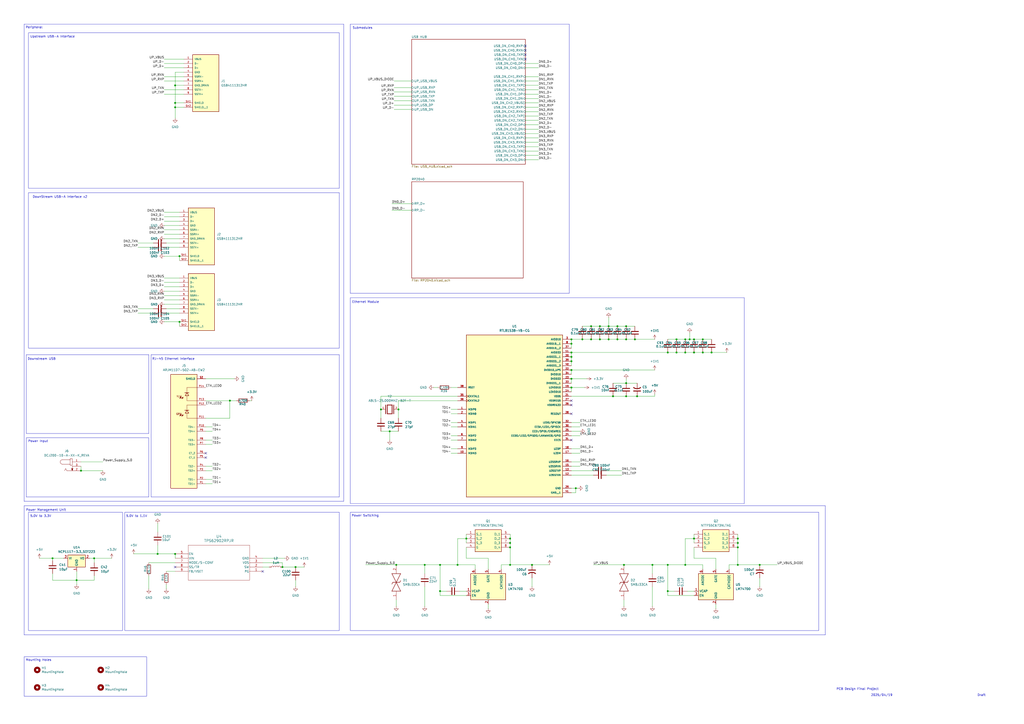
<source format=kicad_sch>
(kicad_sch (version 20250114) (generator "eeschema") (generator_version "9.0")
  (paper "A2")
  (rectangle (start 72.39 297.18) (end 196.85 365.76))
  (rectangle (start 15.24 205.74) (end 86.36 251.46))
  (rectangle (start 15.24 254) (end 86.36 288.29))
  (rectangle (start 203.2 172.72) (end 431.8 292.1))
  (rectangle (start 16.51 19.05) (end 196.85 109.22))
  (rectangle (start 87.63 205.74) (end 196.85 288.29))
  (rectangle (start 203.2 297.18) (end 474.98 365.76))
  (rectangle (start 16.51 297.18) (end 71.12 365.76))
  (rectangle (start 203.2 13.97) (end 330.2 170.18))
  (rectangle (start 13.97 293.37) (end 478.79 368.3))
  (rectangle (start 13.97 13.97) (end 199.39 290.83))
  (rectangle (start 16.51 111.76) (end 196.85 201.93))
  (text "Downstream USB" (at 24.13 208.28 0) (effects (font (size 1.27 1.27))))
  (text "2025/04/19" (at 505.206 403.352 0) (effects (font (size 1.27 1.27)) (justify left)))
  (text "RJ-45 Ethernet Interface " (at 101.092 208.28 0) (effects (font (size 1.27 1.27))))
  (text "Draft" (at 566.928 403.352 0) (effects (font (size 1.27 1.27)) (justify left)))
  (text "PCB Design Final Project" (at 485.14 399.796 0) (effects (font (size 1.27 1.27)) (justify left)))
  (text "5.0V to 1.1V" (at 79.248 299.466 0) (effects (font (size 1.27 1.27))))
  (text "Ethernet Module" (at 212.09 175.26 0) (effects (font (size 1.27 1.27))))
  (text "DownStream USB-A Interface x2" (at 34.798 114.3 0) (effects (font (size 1.27 1.27))))
  (text "5.0V to 3.3V" (at 23.622 299.466 0) (effects (font (size 1.27 1.27))))
  (text "Upstream USB-A Interface" (at 30.48 21.336 0) (effects (font (size 1.27 1.27))))
  (text "Submodules" (at 210.312 16.256 0) (effects (font (size 1.27 1.27))))
  (text "Power Switching" (at 211.836 299.212 0) (effects (font (size 1.27 1.27))))
  (text "Power Management Unit" (at 26.67 295.91 0) (effects (font (size 1.27 1.27))))
  (text "Peripheral" (at 19.812 16.002 0) (effects (font (size 1.27 1.27))))
  (text "Power Input" (at 22.098 256.032 0) (effects (font (size 1.27 1.27))))
  (text_box "Mounting Holes" (at 13.97 381 0) (size 71.12 22.86) (margins 0.9525 0.9525 0.9525 0.9525) (effects (font (size 1.27 1.27)) (justify left top)))
  (junction (at 334.01 283.21))
  (junction (at 331.47 214.63))
  (junction (at 358.14 189.23))
  (junction (at 355.6 229.87))
  (junction (at 101.6 62.23))
  (junction (at 231.14 237.49))
  (junction (at 427.99 317.5))
  (junction (at 392.43 204.47))
  (junction (at 363.22 229.87))
  (junction (at 412.75 204.47))
  (junction (at 369.57 229.87))
  (junction (at 363.22 222.25))
  (junction (at 407.67 204.47))
  (junction (at 392.43 196.85))
  (junction (at 246.38 327.66))
  (junction (at 368.3 196.85))
  (junction (at 226.06 250.19))
  (junction (at 397.51 204.47))
  (junction (at 407.67 196.85))
  (junction (at 342.9 189.23))
  (junction (at 331.47 204.47))
  (junction (at 331.47 209.55))
  (junction (at 133.35 232.41))
  (junction (at 358.14 196.85))
  (junction (at 402.59 312.42))
  (junction (at 361.95 327.66))
  (junction (at 387.35 342.9))
  (junction (at 378.46 327.66))
  (junction (at 163.83 328.93))
  (junction (at 44.45 336.55))
  (junction (at 397.51 327.66))
  (junction (at 402.59 196.85))
  (junction (at 101.6 59.69))
  (junction (at 91.44 321.31))
  (junction (at 270.51 312.42))
  (junction (at 353.06 196.85))
  (junction (at 295.91 327.66))
  (junction (at 363.22 189.23))
  (junction (at 295.91 314.96))
  (junction (at 308.61 327.66))
  (junction (at 347.98 189.23))
  (junction (at 342.9 196.85))
  (junction (at 255.27 327.66))
  (junction (at 331.47 199.39))
  (junction (at 46.99 273.05))
  (junction (at 387.35 327.66))
  (junction (at 101.6 321.31))
  (junction (at 331.47 207.01))
  (junction (at 101.6 49.53))
  (junction (at 295.91 312.42))
  (junction (at 427.99 312.42))
  (junction (at 229.87 327.66))
  (junction (at 331.47 224.79))
  (junction (at 54.61 323.85))
  (junction (at 104.14 148.59))
  (junction (at 295.91 317.5))
  (junction (at 353.06 189.23))
  (junction (at 427.99 327.66))
  (junction (at 397.51 196.85))
  (junction (at 30.48 323.85))
  (junction (at 220.98 237.49))
  (junction (at 255.27 342.9))
  (junction (at 387.35 204.47))
  (junction (at 331.47 196.85))
  (junction (at 347.98 196.85))
  (junction (at 440.69 327.66))
  (junction (at 400.05 196.85))
  (junction (at 337.82 196.85))
  (junction (at 265.43 327.66))
  (junction (at 402.59 204.47))
  (junction (at 331.47 219.71))
  (junction (at 171.45 328.93))
  (junction (at 104.14 186.69))
  (junction (at 427.99 314.96))
  (junction (at 363.22 196.85))
  (no_connect (at 331.47 240.03))
  (no_connect (at 331.47 255.27))
  (no_connect (at 119.38 262.89))
  (no_connect (at 119.38 265.43))
  (no_connect (at 304.8 31.75))
  (no_connect (at 304.8 34.29))
  (no_connect (at 331.47 232.41))
  (no_connect (at 101.6 328.93))
  (no_connect (at 304.8 29.21))
  (no_connect (at 331.47 234.95))
  (no_connect (at 304.8 26.67))
  (no_connect (at 152.4 331.47))
  (wire (pts (xy 95.25 123.19) (xy 104.14 123.19)))
  (wire (pts (xy 427.99 309.88) (xy 427.99 312.42)))
  (wire (pts (xy 379.73 214.63) (xy 331.47 214.63)))
  (wire (pts (xy 379.73 229.87) (xy 379.73 228.6)))
  (wire (pts (xy 255.27 327.66) (xy 265.43 327.66)))
  (wire (pts (xy 304.8 72.39) (xy 312.42 72.39)))
  (wire (pts (xy 304.8 67.31) (xy 312.42 67.31)))
  (wire (pts (xy 228.6 46.99) (xy 238.76 46.99)))
  (wire (pts (xy 95.25 130.81) (xy 104.14 130.81)))
  (wire (pts (xy 95.25 36.83) (xy 106.68 36.83)))
  (wire (pts (xy 265.43 255.27) (xy 261.62 255.27)))
  (wire (pts (xy 30.48 323.85) (xy 36.83 323.85)))
  (wire (pts (xy 355.6 229.87) (xy 363.22 229.87)))
  (wire (pts (xy 231.14 232.41) (xy 231.14 237.49)))
  (wire (pts (xy 119.38 280.67) (xy 123.19 280.67)))
  (wire (pts (xy 304.8 46.99) (xy 312.42 46.99)))
  (wire (pts (xy 295.91 317.5) (xy 295.91 327.66)))
  (wire (pts (xy 412.75 204.47) (xy 421.64 204.47)))
  (wire (pts (xy 402.59 309.88) (xy 402.59 312.42)))
  (wire (pts (xy 400.05 196.85) (xy 402.59 196.85)))
  (wire (pts (xy 54.61 323.85) (xy 54.61 326.39)))
  (wire (pts (xy 337.82 196.85) (xy 331.47 196.85)))
  (wire (pts (xy 415.29 323.85) (xy 402.59 323.85)))
  (wire (pts (xy 119.38 257.81) (xy 123.19 257.81)))
  (wire (pts (xy 266.7 342.9) (xy 270.51 342.9)))
  (wire (pts (xy 265.43 245.11) (xy 261.62 245.11)))
  (wire (pts (xy 265.43 312.42) (xy 270.51 312.42)))
  (wire (pts (xy 304.8 54.61) (xy 312.42 54.61)))
  (wire (pts (xy 440.69 335.28) (xy 440.69 340.36)))
  (wire (pts (xy 220.98 250.19) (xy 226.06 250.19)))
  (wire (pts (xy 351.79 275.59) (xy 360.68 275.59)))
  (wire (pts (xy 119.38 255.27) (xy 123.19 255.27)))
  (wire (pts (xy 95.25 133.35) (xy 104.14 133.35)))
  (wire (pts (xy 361.95 347.98) (xy 361.95 351.79)))
  (wire (pts (xy 101.6 62.23) (xy 106.68 62.23)))
  (wire (pts (xy 344.17 327.66) (xy 361.95 327.66)))
  (wire (pts (xy 270.51 312.42) (xy 270.51 314.96)))
  (wire (pts (xy 119.38 219.71) (xy 135.89 219.71)))
  (wire (pts (xy 304.8 59.69) (xy 312.42 59.69)))
  (wire (pts (xy 387.35 327.66) (xy 387.35 342.9)))
  (wire (pts (xy 331.47 285.75) (xy 334.01 285.75)))
  (wire (pts (xy 163.83 328.93) (xy 171.45 328.93)))
  (wire (pts (xy 95.25 34.29) (xy 106.68 34.29)))
  (wire (pts (xy 283.21 323.85) (xy 270.51 323.85)))
  (wire (pts (xy 229.87 347.98) (xy 229.87 351.79)))
  (wire (pts (xy 304.8 77.47) (xy 312.42 77.47)))
  (wire (pts (xy 308.61 327.66) (xy 318.77 327.66)))
  (wire (pts (xy 331.47 199.39) (xy 331.47 201.93)))
  (wire (pts (xy 361.95 327.66) (xy 378.46 327.66)))
  (wire (pts (xy 101.6 49.53) (xy 101.6 59.69)))
  (wire (pts (xy 101.6 321.31) (xy 101.6 323.85)))
  (wire (pts (xy 304.8 57.15) (xy 312.42 57.15)))
  (wire (pts (xy 265.43 247.65) (xy 261.62 247.65)))
  (wire (pts (xy 91.44 303.53) (xy 91.44 308.61)))
  (wire (pts (xy 363.22 219.71) (xy 363.22 222.25)))
  (wire (pts (xy 347.98 196.85) (xy 342.9 196.85)))
  (wire (pts (xy 397.51 327.66) (xy 397.51 312.42)))
  (wire (pts (xy 304.8 87.63) (xy 312.42 87.63)))
  (wire (pts (xy 88.9 143.51) (xy 80.01 143.51)))
  (wire (pts (xy 304.8 49.53) (xy 312.42 49.53)))
  (wire (pts (xy 119.38 247.65) (xy 123.19 247.65)))
  (wire (pts (xy 46.99 270.51) (xy 46.99 273.05)))
  (wire (pts (xy 304.8 82.55) (xy 312.42 82.55)))
  (wire (pts (xy 95.25 148.59) (xy 104.14 148.59)))
  (wire (pts (xy 228.6 50.8) (xy 238.76 50.8)))
  (wire (pts (xy 30.48 323.85) (xy 30.48 325.12)))
  (wire (pts (xy 270.51 323.85) (xy 270.51 317.5)))
  (wire (pts (xy 358.14 196.85) (xy 353.06 196.85)))
  (wire (pts (xy 246.38 327.66) (xy 246.38 332.74)))
  (wire (pts (xy 95.25 125.73) (xy 104.14 125.73)))
  (wire (pts (xy 387.35 342.9) (xy 387.35 345.44)))
  (wire (pts (xy 88.9 181.61) (xy 80.01 181.61)))
  (wire (pts (xy 397.51 196.85) (xy 400.05 196.85)))
  (wire (pts (xy 255.27 342.9) (xy 255.27 345.44)))
  (wire (pts (xy 265.43 232.41) (xy 231.14 232.41)))
  (wire (pts (xy 378.46 327.66) (xy 387.35 327.66)))
  (wire (pts (xy 304.8 62.23) (xy 312.42 62.23)))
  (wire (pts (xy 407.67 327.66) (xy 407.67 330.2)))
  (wire (pts (xy 95.25 44.45) (xy 106.68 44.45)))
  (wire (pts (xy 101.6 41.91) (xy 101.6 49.53)))
  (wire (pts (xy 308.61 335.28) (xy 308.61 340.36)))
  (wire (pts (xy 331.47 214.63) (xy 331.47 217.17)))
  (wire (pts (xy 402.59 196.85) (xy 407.67 196.85)))
  (wire (pts (xy 304.8 36.83) (xy 312.42 36.83)))
  (wire (pts (xy 95.25 173.99) (xy 104.14 173.99)))
  (wire (pts (xy 261.62 262.89) (xy 265.43 262.89)))
  (wire (pts (xy 295.91 327.66) (xy 308.61 327.66)))
  (wire (pts (xy 304.8 85.09) (xy 312.42 85.09)))
  (wire (pts (xy 402.59 323.85) (xy 402.59 317.5)))
  (wire (pts (xy 363.22 229.87) (xy 369.57 229.87)))
  (wire (pts (xy 54.61 336.55) (xy 44.45 336.55)))
  (wire (pts (xy 171.45 328.93) (xy 176.53 328.93)))
  (wire (pts (xy 304.8 92.71) (xy 312.42 92.71)))
  (wire (pts (xy 228.6 58.42) (xy 238.76 58.42)))
  (wire (pts (xy 355.6 222.25) (xy 363.22 222.25)))
  (wire (pts (xy 96.52 339.09) (xy 96.52 341.63)))
  (wire (pts (xy 331.47 229.87) (xy 355.6 229.87)))
  (wire (pts (xy 342.9 189.23) (xy 347.98 189.23)))
  (wire (pts (xy 246.38 340.36) (xy 246.38 351.79)))
  (wire (pts (xy 304.8 39.37) (xy 312.42 39.37)))
  (wire (pts (xy 440.69 327.66) (xy 450.85 327.66)))
  (wire (pts (xy 331.47 262.89) (xy 336.55 262.89)))
  (wire (pts (xy 295.91 312.42) (xy 295.91 314.96)))
  (wire (pts (xy 95.25 163.83) (xy 104.14 163.83)))
  (wire (pts (xy 387.35 342.9) (xy 391.16 342.9)))
  (wire (pts (xy 77.47 321.31) (xy 91.44 321.31)))
  (wire (pts (xy 427.99 317.5) (xy 427.99 327.66)))
  (wire (pts (xy 283.21 350.52) (xy 283.21 353.06)))
  (wire (pts (xy 337.82 189.23) (xy 342.9 189.23)))
  (wire (pts (xy 331.47 224.79) (xy 331.47 227.33)))
  (wire (pts (xy 402.59 204.47) (xy 407.67 204.47)))
  (wire (pts (xy 106.68 41.91) (xy 101.6 41.91)))
  (wire (pts (xy 304.8 52.07) (xy 312.42 52.07)))
  (wire (pts (xy 353.06 196.85) (xy 347.98 196.85)))
  (wire (pts (xy 54.61 323.85) (xy 64.77 323.85)))
  (wire (pts (xy 378.46 340.36) (xy 378.46 351.79)))
  (wire (pts (xy 255.27 342.9) (xy 259.08 342.9)))
  (wire (pts (xy 95.25 52.07) (xy 106.68 52.07)))
  (wire (pts (xy 331.47 270.51) (xy 336.55 270.51)))
  (wire (pts (xy 86.36 334.01) (xy 86.36 341.63)))
  (wire (pts (xy 304.8 90.17) (xy 312.42 90.17)))
  (wire (pts (xy 331.47 252.73) (xy 336.55 252.73)))
  (wire (pts (xy 353.06 189.23) (xy 358.14 189.23)))
  (wire (pts (xy 295.91 314.96) (xy 295.91 317.5)))
  (wire (pts (xy 119.38 270.51) (xy 123.19 270.51)))
  (wire (pts (xy 101.6 68.58) (xy 101.6 62.23)))
  (wire (pts (xy 398.78 342.9) (xy 402.59 342.9)))
  (wire (pts (xy 86.36 326.39) (xy 101.6 326.39)))
  (wire (pts (xy 95.25 161.29) (xy 104.14 161.29)))
  (wire (pts (xy 212.09 327.66) (xy 229.87 327.66)))
  (wire (pts (xy 265.43 237.49) (xy 261.62 237.49)))
  (wire (pts (xy 304.8 64.77) (xy 312.42 64.77)))
  (wire (pts (xy 295.91 309.88) (xy 295.91 312.42)))
  (wire (pts (xy 331.47 283.21) (xy 334.01 283.21)))
  (wire (pts (xy 119.38 232.41) (xy 133.35 232.41)))
  (wire (pts (xy 415.29 350.52) (xy 415.29 353.06)))
  (wire (pts (xy 265.43 327.66) (xy 275.59 327.66)))
  (wire (pts (xy 228.6 63.5) (xy 238.76 63.5)))
  (wire (pts (xy 331.47 245.11) (xy 336.55 245.11)))
  (wire (pts (xy 331.47 204.47) (xy 387.35 204.47)))
  (wire (pts (xy 331.47 260.35) (xy 336.55 260.35)))
  (wire (pts (xy 91.44 316.23) (xy 91.44 321.31)))
  (wire (pts (xy 427.99 327.66) (xy 440.69 327.66)))
  (wire (pts (xy 104.14 186.69) (xy 104.14 189.23)))
  (wire (pts (xy 265.43 229.87) (xy 220.98 229.87)))
  (wire (pts (xy 331.47 267.97) (xy 336.55 267.97)))
  (wire (pts (xy 347.98 189.23) (xy 353.06 189.23)))
  (wire (pts (xy 52.07 323.85) (xy 54.61 323.85)))
  (wire (pts (xy 227.33 118.11) (xy 238.76 118.11)))
  (wire (pts (xy 331.47 219.71) (xy 331.47 222.25)))
  (wire (pts (xy 220.98 229.87) (xy 220.98 237.49)))
  (wire (pts (xy 54.61 334.01) (xy 54.61 336.55)))
  (wire (pts (xy 304.8 80.01) (xy 312.42 80.01)))
  (wire (pts (xy 331.47 196.85) (xy 331.47 199.39)))
  (wire (pts (xy 369.57 229.87) (xy 379.73 229.87)))
  (wire (pts (xy 397.51 327.66) (xy 407.67 327.66)))
  (wire (pts (xy 283.21 330.2) (xy 283.21 323.85)))
  (wire (pts (xy 228.6 53.34) (xy 238.76 53.34)))
  (wire (pts (xy 95.25 54.61) (xy 106.68 54.61)))
  (wire (pts (xy 95.25 138.43) (xy 104.14 138.43)))
  (wire (pts (xy 392.43 196.85) (xy 397.51 196.85)))
  (wire (pts (xy 290.83 327.66) (xy 295.91 327.66)))
  (wire (pts (xy 227.33 121.92) (xy 238.76 121.92)))
  (wire (pts (xy 407.67 204.47) (xy 412.75 204.47)))
  (wire (pts (xy 104.14 140.97) (xy 96.52 140.97)))
  (wire (pts (xy 363.22 196.85) (xy 358.14 196.85)))
  (wire (pts (xy 270.51 309.88) (xy 270.51 312.42)))
  (wire (pts (xy 427.99 314.96) (xy 427.99 317.5)))
  (wire (pts (xy 275.59 327.66) (xy 275.59 330.2)))
  (wire (pts (xy 96.52 331.47) (xy 101.6 331.47)))
  (wire (pts (xy 255.27 345.44) (xy 270.51 345.44)))
  (wire (pts (xy 171.45 336.55) (xy 171.45 340.36)))
  (wire (pts (xy 402.59 312.42) (xy 402.59 314.96)))
  (wire (pts (xy 379.73 196.85) (xy 368.3 196.85)))
  (wire (pts (xy 95.25 176.53) (xy 104.14 176.53)))
  (wire (pts (xy 246.38 327.66) (xy 255.27 327.66)))
  (wire (pts (xy 163.83 326.39) (xy 163.83 328.93)))
  (wire (pts (xy 95.25 135.89) (xy 104.14 135.89)))
  (wire (pts (xy 95.25 46.99) (xy 106.68 46.99)))
  (wire (pts (xy 44.45 331.47) (xy 44.45 336.55)))
  (wire (pts (xy 331.47 219.71) (xy 340.36 219.71)))
  (wire (pts (xy 331.47 209.55) (xy 331.47 212.09)))
  (wire (pts (xy 228.6 60.96) (xy 238.76 60.96)))
  (wire (pts (xy 119.38 278.13) (xy 123.19 278.13)))
  (wire (pts (xy 30.48 332.74) (xy 30.48 336.55)))
  (wire (pts (xy 363.22 222.25) (xy 369.57 222.25)))
  (wire (pts (xy 88.9 179.07) (xy 80.01 179.07)))
  (wire (pts (xy 88.9 140.97) (xy 80.01 140.97)))
  (wire (pts (xy 422.91 327.66) (xy 427.99 327.66)))
  (wire (pts (xy 119.38 242.57) (xy 133.35 242.57)))
  (wire (pts (xy 265.43 252.73) (xy 261.62 252.73)))
  (wire (pts (xy 331.47 204.47) (xy 331.47 207.01)))
  (wire (pts (xy 152.4 323.85) (xy 165.1 323.85)))
  (wire (pts (xy 422.91 330.2) (xy 422.91 327.66)))
  (wire (pts (xy 331.47 273.05) (xy 344.17 273.05)))
  (wire (pts (xy 304.8 69.85) (xy 312.42 69.85)))
  (wire (pts (xy 387.35 196.85) (xy 392.43 196.85)))
  (wire (pts (xy 351.79 273.05) (xy 360.68 273.05)))
  (wire (pts (xy 101.6 62.23) (xy 101.6 59.69)))
  (wire (pts (xy 46.99 273.05) (xy 59.69 273.05)))
  (wire (pts (xy 95.25 128.27) (xy 104.14 128.27)))
  (wire (pts (xy 358.14 189.23) (xy 363.22 189.23)))
  (wire (pts (xy 427.99 312.42) (xy 427.99 314.96)))
  (wire (pts (xy 331.47 224.79) (xy 339.09 224.79)))
  (wire (pts (xy 152.4 328.93) (xy 156.21 328.93)))
  (wire (pts (xy 95.25 186.69) (xy 104.14 186.69)))
  (wire (pts (xy 387.35 327.66) (xy 397.51 327.66)))
  (wire (pts (xy 331.47 247.65) (xy 336.55 247.65)))
  (wire (pts (xy 46.99 267.97) (xy 59.69 267.97)))
  (wire (pts (xy 95.25 168.91) (xy 104.14 168.91)))
  (wire (pts (xy 415.29 330.2) (xy 415.29 323.85)))
  (wire (pts (xy 22.86 323.85) (xy 30.48 323.85)))
  (wire (pts (xy 397.51 204.47) (xy 402.59 204.47)))
  (wire (pts (xy 331.47 207.01) (xy 331.47 209.55)))
  (wire (pts (xy 331.47 275.59) (xy 344.17 275.59)))
  (wire (pts (xy 397.51 312.42) (xy 402.59 312.42)))
  (wire (pts (xy 254 224.79) (xy 251.46 224.79)))
  (wire (pts (xy 231.14 237.49) (xy 231.14 242.57)))
  (wire (pts (xy 44.45 336.55) (xy 44.45 339.09)))
  (wire (pts (xy 290.83 330.2) (xy 290.83 327.66)))
  (wire (pts (xy 407.67 196.85) (xy 412.75 196.85)))
  (wire (pts (xy 387.35 345.44) (xy 402.59 345.44)))
  (wire (pts (xy 95.25 171.45) (xy 104.14 171.45)))
  (wire (pts (xy 378.46 327.66) (xy 378.46 332.74)))
  (wire (pts (xy 334.01 283.21) (xy 335.28 283.21)))
  (wire (pts (xy 363.22 189.23) (xy 368.3 189.23)))
  (wire (pts (xy 353.06 184.15) (xy 353.06 189.23)))
  (wire (pts (xy 104.14 148.59) (xy 104.14 151.13)))
  (wire (pts (xy 265.43 260.35) (xy 261.62 260.35)))
  (wire (pts (xy 229.87 327.66) (xy 246.38 327.66)))
  (wire (pts (xy 95.25 39.37) (xy 106.68 39.37)))
  (wire (pts (xy 265.43 327.66) (xy 265.43 312.42)))
  (wire (pts (xy 101.6 49.53) (xy 106.68 49.53)))
  (wire (pts (xy 220.98 237.49) (xy 220.98 242.57)))
  (wire (pts (xy 119.38 273.05) (xy 123.19 273.05)))
  (wire (pts (xy 133.35 232.41) (xy 137.16 232.41)))
  (wire (pts (xy 228.6 55.88) (xy 238.76 55.88)))
  (wire (pts (xy 144.78 232.41) (xy 146.05 232.41)))
  (wire (pts (xy 152.4 326.39) (xy 163.83 326.39)))
  (wire (pts (xy 387.35 204.47) (xy 392.43 204.47)))
  (wire (pts (xy 226.06 250.19) (xy 226.06 255.27)))
  (wire (pts (xy 104.14 181.61) (xy 96.52 181.61)))
  (wire (pts (xy 133.35 242.57) (xy 133.35 232.41)))
  (wire (pts (xy 101.6 59.69) (xy 106.68 59.69)))
  (wire (pts (xy 331.47 250.19) (xy 336.55 250.19)))
  (wire (pts (xy 255.27 327.66) (xy 255.27 342.9)))
  (wire (pts (xy 342.9 196.85) (xy 337.82 196.85)))
  (wire (pts (xy 95.25 166.37) (xy 104.14 166.37)))
  (wire (pts (xy 368.3 196.85) (xy 363.22 196.85)))
  (wire (pts (xy 265.43 224.79) (xy 261.62 224.79)))
  (wire (pts (xy 400.05 193.04) (xy 400.05 196.85)))
  (wire (pts (xy 119.38 250.19) (xy 123.19 250.19)))
  (wire (pts (xy 334.01 285.75) (xy 334.01 283.21)))
  (wire (pts (xy 304.8 74.93) (xy 312.42 74.93)))
  (wire (pts (xy 104.14 179.07) (xy 96.52 179.07)))
  (wire (pts (xy 104.14 143.51) (xy 96.52 143.51)))
  (wire (pts (xy 265.43 240.03) (xy 261.62 240.03)))
  (wire (pts (xy 91.44 321.31) (xy 101.6 321.31)))
  (wire (pts (xy 392.43 204.47) (xy 397.51 204.47)))
  (wire (pts (xy 226.06 250.19) (xy 231.14 250.19)))
  (wire (pts (xy 304.8 44.45) (xy 312.42 44.45)))
  (wire (pts (xy 30.48 336.55) (xy 44.45 336.55)))
  (label "UP_VBUS" (at 95.25 34.29 180))
  (label "DN2_RXN" (at 95.25 133.35 180))
  (label "DN3_D-" (at 95.25 163.83 180))
  (label "DN1_TXP" (at 360.68 275.59 0))
  (label "UP_RXP" (at 95.25 46.99 180))
  (label "TD3-" (at 123.19 255.27 0))
  (label "Power_Supply_5.0" (at 59.69 267.97 0))
  (label "TD2-" (at 123.19 270.51 0))
  (label "TD4+" (at 123.19 250.19 0))
  (label "UP_VBUS_DIODE" (at 228.6 46.99 180))
  (label "TD2+" (at 123.19 273.05 0))
  (label "DN3_VBUS" (at 312.42 77.47 0))
  (label "DN2_D-" (at 312.42 74.93 0))
  (label "UP_VBUS" (at 344.17 327.66 0))
  (label "DN1_D+" (at 312.42 54.61 0))
  (label "UP_D-" (at 228.6 63.5 180))
  (label "DN2_RXP" (at 312.42 62.23 0))
  (label "TD1-" (at 123.19 278.13 0))
  (label "UP_TXP" (at 95.25 54.61 180))
  (label "TD2-" (at 261.62 247.65 180))
  (label "UP_D+" (at 95.25 39.37 180))
  (label "DN2_VBUS" (at 95.25 123.19 180))
  (label "DN2_TXP" (at 80.01 143.51 180))
  (label "DN2_VBUS" (at 312.42 59.69 0))
  (label "DN2_D+" (at 95.25 128.27 180))
  (label "DN2_TXN" (at 312.42 69.85 0))
  (label "UP_RXN" (at 95.25 44.45 180))
  (label "Power_Supply_5.0" (at 212.09 327.66 0))
  (label "DN1_RXP" (at 336.55 267.97 0))
  (label "DN1_RXN" (at 336.55 270.51 0))
  (label "TD1+" (at 123.19 280.67 0))
  (label "DN0_D+" (at 312.42 36.83 0))
  (label "UP_TXN" (at 228.6 58.42 180))
  (label "DN2_RXN" (at 312.42 64.77 0))
  (label "TD3+" (at 261.62 252.73 180))
  (label "TD4-" (at 123.19 247.65 0))
  (label "UP_TXP" (at 228.6 55.88 180))
  (label "DN1_RXN" (at 312.42 46.99 0))
  (label "DN1_D+" (at 336.55 260.35 0))
  (label "DN3_TXN" (at 80.01 179.07 180))
  (label "DN0_D-" (at 227.33 121.92 0))
  (label "DN3_RXP" (at 312.42 80.01 0))
  (label "UP_VBUS_DIODE" (at 450.85 327.66 0))
  (label "ETH_LED0" (at 336.55 245.11 0))
  (label "DN2_RXP" (at 95.25 135.89 180))
  (label "DN1_TXN" (at 312.42 52.07 0))
  (label "TD4+" (at 261.62 260.35 180))
  (label "ETH_LED1" (at 336.55 247.65 0))
  (label "DN0_D+" (at 227.33 118.11 0))
  (label "DN3_RXN" (at 95.25 171.45 180))
  (label "UP_D-" (at 95.25 36.83 180))
  (label "DN1_TXP" (at 312.42 49.53 0))
  (label "DN3_TXP" (at 80.01 181.61 180))
  (label "TD3+" (at 123.19 257.81 0))
  (label "DN3_TXN" (at 312.42 87.63 0))
  (label "TD4-" (at 261.62 262.89 180))
  (label "DN3_TXP" (at 312.42 85.09 0))
  (label "DN3_VBUS" (at 95.25 161.29 180))
  (label "DN1_D-" (at 312.42 57.15 0))
  (label "ETH_LED0" (at 119.38 224.79 0))
  (label "UP_TXN" (at 95.25 52.07 180))
  (label "TD3-" (at 261.62 255.27 180))
  (label "DN2_TXP" (at 312.42 67.31 0))
  (label "ETH_LED2" (at 336.55 252.73 0))
  (label "DN2_D-" (at 95.25 125.73 180))
  (label "DN3_RXN" (at 312.42 82.55 0))
  (label "DN2_D+" (at 312.42 72.39 0))
  (label "TD1+" (at 261.62 237.49 180))
  (label "ETH_LED2" (at 119.38 234.95 0))
  (label "DN0_D-" (at 312.42 39.37 0))
  (label "UP_D+" (at 228.6 60.96 180))
  (label "TD2+" (at 261.62 245.11 180))
  (label "UP_RXN" (at 228.6 53.34 180))
  (label "DN3_D+" (at 95.25 166.37 180))
  (label "DN1_RXP" (at 312.42 44.45 0))
  (label "TD1-" (at 261.62 240.03 180))
  (label "DN3_RXP" (at 95.25 173.99 180))
  (label "DN1_TXN" (at 360.68 273.05 0))
  (label "DN3_D+" (at 312.42 90.17 0))
  (label "DN3_D-" (at 312.42 92.71 0))
  (label "DN1_D-" (at 336.55 262.89 0))
  (label "DN2_TXN" (at 80.01 140.97 180))
  (label "UP_RXP" (at 228.6 50.8 180))
  (symbol (lib_id "power:GND") (at 229.87 351.79 0) (unit 1)
    (property "Reference" "#PWR0109" (effects (hide yes)))
    (property "Value" "GND" (at 229.87 356.87 0))
    (property "Description" "Power symbol creates a global label with name \"GND\" , ground" (effects (hide yes)))
  )
  (symbol (lib_id "power:GND") (at 59.69 273.05 0) (unit 1)
    (property "Reference" "#PWR036" (effects (hide yes)))
    (property "Value" "GND" (at 59.69 278.13 0))
    (property "Description" "Power symbol creates a global label with name \"GND\" , ground" (effects (hide yes)))
  )
  (symbol (lib_id "power:GND") (at 96.52 341.63 0) (unit 1)
    (property "Reference" "#PWR0128" (effects (hide yes)))
    (property "Value" "GND" (at 96.52 346.71 0))
    (property "Description" "Power symbol creates a global label with name \"GND\" , ground" (effects (hide yes)))
  )
  (symbol (lib_id "NTTFS5C673NLTAG:NTTFS5C673NLTAG") (at 270.51 309.88 0) (unit 1)
    (property "Reference" "Q1" (at 283.21 302.26 0))
    (property "Value" "NTTFS5C673NLTAG" (at 283.21 304.8 0))
    (property "Footprint" "NVTFS6H854NTAG" (effects (hide yes)))
    (property "Datasheet" "https://www.onsemi.com/pub/Collateral/NTTFS5C673NL-D.PDF" (effects (hide yes)))
    (property "Description" "Low RDS(on); Low Input Capacitance; Small Footprint (3.3x3.3 mm); RoHS Compliant" (effects (hide yes)))
    (property "Mouser Part Number" "863-NTTFS5C673NLTAG" (effects (hide yes)))
    (property "Mouser Price/Stock" "https://www.mouser.co.uk/ProductDetail/onsemi/NTTFS5C673NLTAG?qs=slMPpRTKD5r23pDctKfw6A%3D%3D" (effects (hide yes)))
    (property "Manufacturer_Name" "onsemi" (effects (hide yes)))
    (property "Manufacturer_Part_Number" "NTTFS5C673NLTAG" (effects (hide yes)))
  )
  (symbol (lib_id "Device:C") (at 337.82 193.04 0) (unit 1)
    (property "Reference" "C79" (at 331.47 191.262 0) (effects (justify left)))
    (property "Value" "0.1uF" (at 330.962 193.294 0) (effects (justify left)))
    (property "Footprint" "Capacitor_SMD:C_0603_1608Metric" (effects (hide yes)))
    (property "Description" "Unpolarized capacitor" (effects (hide yes)))
  )
  (symbol (lib_id "Device:C") (at 392.43 200.66 0) (unit 1)
    (property "Reference" "C94" (at 386.08 198.882 0) (effects (justify left)))
    (property "Value" "0.1uF" (at 385.572 200.914 0) (effects (justify left)))
    (property "Footprint" "Capacitor_SMD:C_0603_1608Metric" (effects (hide yes)))
    (property "Description" "Unpolarized capacitor" (effects (hide yes)))
  )
  (symbol (lib_id "power:GND") (at 165.1 323.85 90) (unit 1)
    (property "Reference" "#PWR0123" (effects (hide yes)))
    (property "Value" "GND" (at 168.91 323.8499 90) (effects (justify right)))
    (property "Description" "Power symbol creates a global label with name \"GND\" , ground" (effects (hide yes)))
  )
  (symbol (lib_id "Device:C") (at 347.98 275.59 90) (unit 1)
    (property "Reference" "C90" (at 347.472 272.542 90) (effects (justify left)))
    (property "Value" "100nF" (at 354.076 272.542 90) (effects (justify left)))
    (property "Footprint" "Capacitor_SMD:C_0603_1608Metric" (effects (hide yes)))
    (property "Description" "Unpolarized capacitor" (effects (hide yes)))
  )
  (symbol (lib_id "Power_Management:LM74700") (at 415.29 340.36 0) (unit 1)
    (property "Reference" "U5" (at 426.72 339.0899 0) (effects (justify left)))
    (property "Value" "LM74700" (at 426.72 341.6299 0) (effects (justify left)))
    (property "Footprint" "Package_TO_SOT_SMD:SOT-23-6" (effects (hide yes)))
    (property "Datasheet" "http://www.ti.com/lit/gpn/LM74700-Q1" (effects (hide yes)))
    (property "Description" "Low Iq reverse battery protection ideal diode controller, SOT-23-6" (effects (hide yes)))
  )
  (symbol (lib_id "Device:C") (at 30.48 328.93 0) (unit 1)
    (property "Reference" "C41" (at 34.29 327.6599 0) (effects (justify left)))
    (property "Value" "10μF" (at 34.29 330.1999 0) (effects (justify left)))
    (property "Footprint" "Capacitor_SMD:C_0603_1608Metric" (effects (hide yes)))
    (property "Description" "Unpolarized capacitor" (effects (hide yes)))
  )
  (symbol (lib_id "Device:C") (at 246.38 336.55 0) (unit 1)
    (property "Reference" "C71" (at 249.174 335.28 0) (effects (justify left)))
    (property "Value" "22nF" (at 248.92 337.312 0) (effects (justify left)))
    (property "Footprint" "Capacitor_SMD:C_0603_1608Metric" (effects (hide yes)))
    (property "Description" "Unpolarized capacitor" (effects (hide yes)))
  )
  (symbol (lib_id "SMBJ33CA:SMBJ33CA") (at 229.87 347.98 90) (unit 1)
    (property "Reference" "D1" (at 233.68 336.5499 90) (effects (justify right)))
    (property "Value" "SMBJ33CA" (at 233.68 339.0899 90) (effects (justify right)))
    (property "Footprint" "DIONM5436X261N" (effects (hide yes)))
    (property "Datasheet" "https://www.arrow.com/en/products/smbj33ca/littelfuse" (effects (hide yes)))
    (property "Description" "Littelfuse SMBJ33CA, Bi-Directional TVS Diode, 600W, 2-Pin DO-214AA" (effects (hide yes)))
    (property "Height" "2.61" (effects (hide yes)))
    (property "Mouser Part Number" "576-SMBJ33CA" (effects (hide yes)))
    (property "Mouser Price/Stock" "https://www.mouser.co.uk/ProductDetail/Littelfuse/SMBJ33CA?qs=JJML70Qc14vzMDBYQJ3rYw%3D%3D" (effects (hide yes)))
    (property "Manufacturer_Name" "LITTELFUSE" (effects (hide yes)))
    (property "Manufacturer_Part_Number" "SMBJ33CA" (effects (hide yes)))
  )
  (symbol (lib_id "Device:L") (at 160.02 328.93 90) (unit 1)
    (property "Reference" "L2" (at 160.02 323.85 90))
    (property "Value" "1uH" (at 160.02 326.39 90))
    (property "Footprint" "Inductor_SMD:L_1008_2520Metric" (effects (hide yes)))
    (property "Description" "Inductor" (effects (hide yes)))
  )
  (symbol (lib_id "Device:C_US") (at 369.57 226.06 180) (unit 1)
    (property "Reference" "C5" (at 372.618 224.536 0) (effects (justify right)))
    (property "Value" "100uF" (at 372.618 227.076 0) (effects (justify right)))
    (property "Footprint" "Capacitor_SMD:C_0603_1608Metric" (effects (hide yes)))
    (property "Description" "capacitor, US symbol" (effects (hide yes)))
  )
  (symbol (lib_id "power:GND") (at 308.61 340.36 0) (unit 1)
    (property "Reference" "#PWR0119" (effects (hide yes)))
    (property "Value" "GND" (at 308.61 345.44 0))
    (property "Description" "Power symbol creates a global label with name \"GND\" , ground" (effects (hide yes)))
  )
  (symbol (lib_id "power:GND") (at 95.25 186.69 270) (unit 1)
    (property "Reference" "#PWR0139" (effects (hide yes)))
    (property "Value" "GND" (at 91.44 186.6899 90) (effects (justify right)))
    (property "Description" "Power symbol creates a global label with name \"GND\" , ground" (effects (hide yes)))
  )
  (symbol (lib_id "Device:C") (at 412.75 200.66 0) (unit 1)
    (property "Reference" "C98" (at 406.4 198.882 0) (effects (justify left)))
    (property "Value" "0.1uF" (at 405.892 200.914 0) (effects (justify left)))
    (property "Footprint" "Capacitor_SMD:C_0603_1608Metric" (effects (hide yes)))
    (property "Description" "Unpolarized capacitor" (effects (hide yes)))
  )
  (symbol (lib_id "Mechanical:MountingHole") (at 58.42 398.78 0) (unit 1)
    (property "Reference" "H4" (at 60.96 397.6116 0) (effects (justify left)))
    (property "Value" "MountingHole" (at 60.96 399.923 0) (effects (justify left)))
    (property "Footprint" "MountingHole:MountingHole_2.7mm_M2.5" (effects (hide yes)))
  )
  (symbol (lib_id "power:GND") (at 44.45 339.09 0) (unit 1)
    (property "Reference" "#PWR071" (effects (hide yes)))
    (property "Value" "GND" (at 44.45 344.17 0))
    (property "Description" "Power symbol creates a global label with name \"GND\" , ground" (effects (hide yes)))
  )
  (symbol (lib_id "power:+1V1") (at 339.09 224.79 270) (unit 1)
    (property "Reference" "#PWR095" (effects (hide yes)))
    (property "Value" "+1V1" (at 342.9 224.7899 90) (effects (justify left)))
    (property "Description" "Power symbol creates a global label with name \"+1V1\"" (effects (hide yes)))
  )
  (symbol (lib_id "power:+5V") (at 318.77 327.66 0) (unit 1)
    (property "Reference" "#PWR0120" (effects (hide yes)))
    (property "Value" "+5V" (at 318.77 322.58 0))
    (property "Description" "Power symbol creates a global label with name \"+5V\"" (effects (hide yes)))
  )
  (symbol (lib_id "Device:C") (at 407.67 200.66 0) (unit 1)
    (property "Reference" "C97" (at 401.32 198.882 0) (effects (justify left)))
    (property "Value" "0.1uF" (at 400.812 200.914 0) (effects (justify left)))
    (property "Footprint" "Capacitor_SMD:C_0603_1608Metric" (effects (hide yes)))
    (property "Description" "Unpolarized capacitor" (effects (hide yes)))
  )
  (symbol (lib_id "power:GND") (at 171.45 340.36 0) (unit 1)
    (property "Reference" "#PWR0127" (effects (hide yes)))
    (property "Value" "GND" (at 171.45 345.44 0))
    (property "Description" "Power symbol creates a global label with name \"GND\" , ground" (effects (hide yes)))
  )
  (symbol (lib_id "power:+3.3V") (at 340.36 219.71 270) (unit 1)
    (property "Reference" "#PWR098" (effects (hide yes)))
    (property "Value" "+3.3V" (at 344.17 219.7099 90) (effects (justify left)))
    (property "Description" "Power symbol creates a global label with name \"+3.3V\"" (effects (hide yes)))
  )
  (symbol (lib_id "power:GND") (at 335.28 283.21 90) (unit 1)
    (property "Reference" "#PWR055" (effects (hide yes)))
    (property "Value" "GND" (at 340.36 283.21 0))
    (property "Description" "Power symbol creates a global label with name \"GND\" , ground" (effects (hide yes)))
  )
  (symbol (lib_id "power:GND") (at 415.29 353.06 0) (unit 1)
    (property "Reference" "#PWR0140" (effects (hide yes)))
    (property "Value" "GND" (at 415.29 358.14 0))
    (property "Description" "Power symbol creates a global label with name \"GND\" , ground" (effects (hide yes)))
  )
  (symbol (lib_id "Device:C") (at 368.3 193.04 0) (unit 1)
    (property "Reference" "C92" (at 361.95 191.262 0) (effects (justify left)))
    (property "Value" "0.1uF" (at 361.442 193.294 0) (effects (justify left)))
    (property "Footprint" "Capacitor_SMD:C_0603_1608Metric" (effects (hide yes)))
    (property "Description" "Unpolarized capacitor" (effects (hide yes)))
  )
  (symbol (lib_id "ARJM11D7-502-AB-EW2:ARJM11D7-502-AB-EW2") (at 106.68 250.19 180) (unit 1)
    (property "Reference" "J5" (at 106.68 212.09 0))
    (property "Value" "ARJM11D7-502-AB-EW2" (at 106.68 214.63 0))
    (property "Footprint" "ARJM11D7-502-AB-EW2:ABRACON_ARJM11D7-502-AB-EW2" (effects (hide yes)))
    (property "MF" "Abracon LLC" (effects (hide yes)))
    (property "MAXIMUM_PACKAGE_HEIGHT" "13.8mm" (effects (hide yes)))
    (property "Package" "None" (effects (hide yes)))
    (property "Price" "None" (effects (hide yes)))
    (property "Check_prices" "https://www.snapeda.com/parts/ARJM11D7-502-AB-EW2/Abracon/view-part/?ref=eda" (effects (hide yes)))
    (property "STANDARD" "Manufacturer Recommendations" (effects (hide yes)))
    (property "PARTREV" "01-21-20" (effects (hide yes)))
    (property "SnapEDA_Link" "https://www.snapeda.com/parts/ARJM11D7-502-AB-EW2/Abracon/view-part/?ref=snap" (effects (hide yes)))
    (property "MP" "ARJM11D7-502-AB-EW2" (effects (hide yes)))
    (property "Description_1" "1 Port RJ45 Magjack Connector Through Hole 10/100/1000 Base-T, AutoMDIX" (effects (hide yes)))
    (property "MANUFACTURER" "Abracon" (effects (hide yes)))
    (property "Availability" "In Stock" (effects (hide yes)))
    (property "SNAPEDA_PN" "ARJM11D7-502-AB-EW2" (effects (hide yes)))
  )
  (symbol (lib_id "Device:C") (at 171.45 332.74 0) (mirror y) (unit 1)
    (property "Reference" "C100" (at 168.656 331.47 0) (effects (justify left)))
    (property "Value" "22uF" (at 168.91 333.502 0) (effects (justify left)))
    (property "Footprint" "Capacitor_SMD:C_0603_1608Metric" (effects (hide yes)))
    (property "Description" "Unpolarized capacitor" (effects (hide yes)))
  )
  (symbol (lib_id "power:GND") (at 226.06 255.27 0) (unit 1)
    (property "Reference" "#PWR0108" (effects (hide yes)))
    (property "Value" "GND" (at 226.06 260.35 0))
    (property "Description" "Power symbol creates a global label with name \"GND\" , ground" (effects (hide yes)))
  )
  (symbol (lib_id "power:GND") (at 246.38 351.79 0) (unit 1)
    (property "Reference" "#PWR0117" (effects (hide yes)))
    (property "Value" "GND" (at 246.38 356.87 0))
    (property "Description" "Power symbol creates a global label with name \"GND\" , ground" (effects (hide yes)))
  )
  (symbol (lib_id "Mechanical:MountingHole") (at 21.59 388.62 0) (unit 1)
    (property "Reference" "H1" (at 24.13 387.4516 0) (effects (justify left)))
    (property "Value" "MountingHole" (at 24.13 389.763 0) (effects (justify left)))
    (property "Footprint" "MountingHole:MountingHole_2.7mm_M2.5" (effects (hide yes)))
  )
  (symbol (lib_id "Device:C") (at 92.71 143.51 270) (unit 1)
    (property "Reference" "C103" (at 93.218 146.558 90) (effects (justify left)))
    (property "Value" "100nF" (at 86.614 146.558 90) (effects (justify left)))
    (property "Footprint" "Capacitor_SMD:C_0603_1608Metric" (effects (hide yes)))
    (property "Description" "Unpolarized capacitor" (effects (hide yes)))
  )
  (symbol (lib_id "Device:R") (at 140.97 232.41 270) (unit 1)
    (property "Reference" "R40" (at 140.716 234.442 90))
    (property "Value" "470R" (at 140.97 232.41 90))
    (property "Footprint" "Resistor_SMD:R_0603_1608Metric" (effects (hide yes)))
    (property "Description" "Resistor" (effects (hide yes)))
  )
  (symbol (lib_id "GSB4111312HR:GSB4111312HR") (at 116.84 135.89 0) (unit 1)
    (property "Reference" "J2" (at 125.73 135.8899 0) (effects (justify left)))
    (property "Value" "GSB4111312HR" (at 125.73 138.4299 0) (effects (justify left)))
    (property "Footprint" "GSB4111312HR:AMPHENOL_GSB4111312HR" (effects (hide yes)))
    (property "PARTREV" "B" (effects (hide yes)))
    (property "MANUFACTURER" "Amphenol" (effects (hide yes)))
    (property "SNAPEDA_PN" "GSB4111312HR" (effects (hide yes)))
    (property "MAXIMUM_PACKAGE_HEIGHT" "7.0mm" (effects (hide yes)))
    (property "STANDARD" "Manufacturer Recommendations" (effects (hide yes)))
  )
  (symbol (lib_id "Device:C") (at 353.06 193.04 0) (unit 1)
    (property "Reference" "C82" (at 346.71 191.262 0) (effects (justify left)))
    (property "Value" "0.1uF" (at 346.202 193.294 0) (effects (justify left)))
    (property "Footprint" "Capacitor_SMD:C_0603_1608Metric" (effects (hide yes)))
    (property "Description" "Unpolarized capacitor" (effects (hide yes)))
  )
  (symbol (lib_id "Device:C") (at 92.71 179.07 270) (unit 1)
    (property "Reference" "C104" (at 93.218 182.118 90) (effects (justify left)))
    (property "Value" "100nF" (at 86.614 182.118 90) (effects (justify left)))
    (property "Footprint" "Capacitor_SMD:C_0603_1608Metric" (effects (hide yes)))
    (property "Description" "Unpolarized capacitor" (effects (hide yes)))
  )
  (symbol (lib_id "Device:C") (at 220.98 246.38 0) (unit 1)
    (property "Reference" "C69" (at 224.79 245.1099 0) (effects (justify left)))
    (property "Value" "27pF" (at 224.79 247.6499 0) (effects (justify left)))
    (property "Footprint" "Capacitor_SMD:C_0603_1608Metric" (effects (hide yes)))
    (property "Description" "Unpolarized capacitor" (effects (hide yes)))
  )
  (symbol (lib_id "RTL8153B-VB-CG:RTL8153B-VB-CG") (at 298.45 232.41 0) (unit 1)
    (property "Reference" "U1" (at 298.45 189.23 0))
    (property "Value" "RTL8153B-VB-CG" (at 298.45 191.77 0))
    (property "Footprint" "RTL8153B-VB-CG:QFN40P500X500X90-41N" (effects (hide yes)))
    (property "PARTREV" "1.4" (effects (hide yes)))
    (property "STANDARD" "IPC-7351B" (effects (hide yes)))
    (property "MANUFACTURER" "Realtek" (effects (hide yes)))
    (property "MAXIMUM_PACKAGE_HEIGHT" "0.9mm" (effects (hide yes)))
    (property "SNAPEDA_PN" "RTL8153B-VB-CG" (effects (hide yes)))
  )
  (symbol (lib_id "Device:C") (at 347.98 273.05 90) (unit 1)
    (property "Reference" "C89" (at 347.472 270.002 90) (effects (justify left)))
    (property "Value" "100nF" (at 354.076 270.002 90) (effects (justify left)))
    (property "Footprint" "Capacitor_SMD:C_0603_1608Metric" (effects (hide yes)))
    (property "Description" "Unpolarized capacitor" (effects (hide yes)))
  )
  (symbol (lib_id "Mechanical:MountingHole") (at 21.59 398.78 0) (unit 1)
    (property "Reference" "H3" (at 24.13 397.6116 0) (effects (justify left)))
    (property "Value" "MountingHole" (at 24.13 399.923 0) (effects (justify left)))
    (property "Footprint" "MountingHole:MountingHole_2.7mm_M2.5" (effects (hide yes)))
  )
  (symbol (lib_id "Device:C") (at 355.6 226.06 0) (unit 1)
    (property "Reference" "C76" (at 349.25 224.282 0) (effects (justify left)))
    (property "Value" "10nF" (at 348.742 226.314 0) (effects (justify left)))
    (property "Footprint" "Capacitor_SMD:C_0603_1608Metric" (effects (hide yes)))
    (property "Description" "Unpolarized capacitor" (effects (hide yes)))
  )
  (symbol (lib_id "power:GND") (at 361.95 351.79 0) (unit 1)
    (property "Reference" "#PWR0124" (effects (hide yes)))
    (property "Value" "GND" (at 361.95 356.87 0))
    (property "Description" "Power symbol creates a global label with name \"GND\" , ground" (effects (hide yes)))
  )
  (symbol (lib_id "power:+5V") (at 22.86 323.85 0) (unit 1)
    (property "Reference" "#PWR070" (effects (hide yes)))
    (property "Value" "+5V" (at 22.86 318.77 0))
    (property "Description" "Power symbol creates a global label with name \"+5V\"" (effects (hide yes)))
  )
  (symbol (lib_id "Device:C") (at 402.59 200.66 0) (unit 1)
    (property "Reference" "C96" (at 396.24 198.882 0) (effects (justify left)))
    (property "Value" "0.1uF" (at 395.732 200.914 0) (effects (justify left)))
    (property "Footprint" "Capacitor_SMD:C_0603_1608Metric" (effects (hide yes)))
    (property "Description" "Unpolarized capacitor" (effects (hide yes)))
  )
  (symbol (lib_id "power:GND") (at 283.21 353.06 0) (unit 1)
    (property "Reference" "#PWR0118" (effects (hide yes)))
    (property "Value" "GND" (at 283.21 358.14 0))
    (property "Description" "Power symbol creates a global label with name \"GND\" , ground" (effects (hide yes)))
  )
  (symbol (lib_id "power:GND") (at 95.25 148.59 270) (unit 1)
    (property "Reference" "#PWR0136" (effects (hide yes)))
    (property "Value" "GND" (at 91.44 148.5899 90) (effects (justify right)))
    (property "Description" "Power symbol creates a global label with name \"GND\" , ground" (effects (hide yes)))
  )
  (symbol (lib_id "SMBJ33CA:SMBJ33CA") (at 361.95 347.98 90) (unit 1)
    (property "Reference" "D2" (at 365.76 336.5499 90) (effects (justify right)))
    (property "Value" "SMBJ33CA" (at 365.76 339.0899 90) (effects (justify right)))
    (property "Footprint" "DIONM5436X261N" (effects (hide yes)))
    (property "Datasheet" "https://www.arrow.com/en/products/smbj33ca/littelfuse" (effects (hide yes)))
    (property "Description" "Littelfuse SMBJ33CA, Bi-Directional TVS Diode, 600W, 2-Pin DO-214AA" (effects (hide yes)))
    (property "Height" "2.61" (effects (hide yes)))
    (property "Mouser Part Number" "576-SMBJ33CA" (effects (hide yes)))
    (property "Mouser Price/Stock" "https://www.mouser.co.uk/ProductDetail/Littelfuse/SMBJ33CA?qs=JJML70Qc14vzMDBYQJ3rYw%3D%3D" (effects (hide yes)))
    (property "Manufacturer_Name" "LITTELFUSE" (effects (hide yes)))
    (property "Manufacturer_Part_Number" "SMBJ33CA" (effects (hide yes)))
  )
  (symbol (lib_id "power:GND") (at 95.25 130.81 270) (unit 1)
    (property "Reference" "#PWR0134" (effects (hide yes)))
    (property "Value" "GND" (at 91.44 130.8099 90) (effects (justify right)))
    (property "Description" "Power symbol creates a global label with name \"GND\" , ground" (effects (hide yes)))
  )
  (symbol (lib_id "Device:C") (at 387.35 200.66 0) (unit 1)
    (property "Reference" "C93" (at 381 198.882 0) (effects (justify left)))
    (property "Value" "0.1uF" (at 380.492 200.914 0) (effects (justify left)))
    (property "Footprint" "Capacitor_SMD:C_0603_1608Metric" (effects (hide yes)))
    (property "Description" "Unpolarized capacitor" (effects (hide yes)))
  )
  (symbol (lib_id "power:+5V") (at 77.47 321.31 0) (unit 1)
    (property "Reference" "#PWR0129" (effects (hide yes)))
    (property "Value" "+5V" (at 77.47 316.23 0))
    (property "Description" "Power symbol creates a global label with name \"+5V\"" (effects (hide yes)))
  )
  (symbol (lib_id "Device:C") (at 91.44 312.42 0) (unit 1)
    (property "Reference" "C101" (at 94.234 311.15 0) (effects (justify left)))
    (property "Value" "10uF" (at 93.98 313.182 0) (effects (justify left)))
    (property "Footprint" "Capacitor_SMD:C_0603_1608Metric" (effects (hide yes)))
    (property "Description" "Unpolarized capacitor" (effects (hide yes)))
  )
  (symbol (lib_id "power:GND") (at 363.22 219.71 180) (unit 1)
    (property "Reference" "#PWR061" (effects (hide yes)))
    (property "Value" "GND" (at 363.22 214.63 0))
    (property "Description" "Power symbol creates a global label with name \"GND\" , ground" (effects (hide yes)))
  )
  (symbol (lib_id "Device:R") (at 96.52 335.28 180) (unit 1)
    (property "Reference" "R45" (at 94.488 335.026 90))
    (property "Value" "11K" (at 96.52 335.28 90))
    (property "Footprint" "Resistor_SMD:R_0603_1608Metric" (effects (hide yes)))
    (property "Description" "Resistor" (effects (hide yes)))
  )
  (symbol (lib_id "Mechanical:MountingHole") (at 58.42 388.62 0) (unit 1)
    (property "Reference" "H2" (at 60.96 387.4516 0) (effects (justify left)))
    (property "Value" "MountingHole" (at 60.96 389.763 0) (effects (justify left)))
    (property "Footprint" "MountingHole:MountingHole_2.7mm_M2.5" (effects (hide yes)))
  )
  (symbol (lib_id "Device:C") (at 363.22 226.06 0) (unit 1)
    (property "Reference" "C75" (at 356.87 224.282 0) (effects (justify left)))
    (property "Value" "0.1uF" (at 356.362 226.314 0) (effects (justify left)))
    (property "Footprint" "Capacitor_SMD:C_0603_1608Metric" (effects (hide yes)))
    (property "Description" "Unpolarized capacitor" (effects (hide yes)))
  )
  (symbol (lib_id "GSB4111312HR:GSB4111312HR") (at 116.84 173.99 0) (unit 1)
    (property "Reference" "J3" (at 125.73 173.9899 0) (effects (justify left)))
    (property "Value" "GSB4111312HR" (at 125.73 176.5299 0) (effects (justify left)))
    (property "Footprint" "GSB4111312HR:AMPHENOL_GSB4111312HR" (effects (hide yes)))
    (property "PARTREV" "B" (effects (hide yes)))
    (property "MANUFACTURER" "Amphenol" (effects (hide yes)))
    (property "SNAPEDA_PN" "GSB4111312HR" (effects (hide yes)))
    (property "MAXIMUM_PACKAGE_HEIGHT" "7.0mm" (effects (hide yes)))
    (property "STANDARD" "Manufacturer Recommendations" (effects (hide yes)))
  )
  (symbol (lib_id "Device:C") (at 397.51 200.66 0) (unit 1)
    (property "Reference" "C95" (at 391.16 198.882 0) (effects (justify left)))
    (property "Value" "0.1uF" (at 390.652 200.914 0) (effects (justify left)))
    (property "Footprint" "Capacitor_SMD:C_0603_1608Metric" (effects (hide yes)))
    (property "Description" "Unpolarized capacitor" (effects (hide yes)))
  )
  (symbol (lib_id "power:GND") (at 135.89 219.71 90) (unit 1)
    (property "Reference" "#PWR0105" (effects (hide yes)))
    (property "Value" "GND" (at 140.97 219.71 0))
    (property "Description" "Power symbol creates a global label with name \"GND\" , ground" (effects (hide yes)))
  )
  (symbol (lib_id "power:GND") (at 440.69 340.36 0) (unit 1)
    (property "Reference" "#PWR0141" (effects (hide yes)))
    (property "Value" "GND" (at 440.69 345.44 0))
    (property "Description" "Power symbol creates a global label with name \"GND\" , ground" (effects (hide yes)))
  )
  (symbol (lib_id "NTTFS5C673NLTAG:NTTFS5C673NLTAG") (at 402.59 309.88 0) (unit 1)
    (property "Reference" "Q2" (at 415.29 302.26 0))
    (property "Value" "NTTFS5C673NLTAG" (at 415.29 304.8 0))
    (property "Footprint" "NVTFS6H854NTAG" (effects (hide yes)))
    (property "Datasheet" "https://www.onsemi.com/pub/Collateral/NTTFS5C673NL-D.PDF" (effects (hide yes)))
    (property "Description" "Low RDS(on); Low Input Capacitance; Small Footprint (3.3x3.3 mm); RoHS Compliant" (effects (hide yes)))
    (property "Mouser Part Number" "863-NTTFS5C673NLTAG" (effects (hide yes)))
    (property "Mouser Price/Stock" "https://www.mouser.co.uk/ProductDetail/onsemi/NTTFS5C673NLTAG?qs=slMPpRTKD5r23pDctKfw6A%3D%3D" (effects (hide yes)))
    (property "Manufacturer_Name" "onsemi" (effects (hide yes)))
    (property "Manufacturer_Part_Number" "NTTFS5C673NLTAG" (effects (hide yes)))
  )
  (symbol (lib_id "ABLS-25.000MHZ-B2F-T:ABLS-25.000MHZ-B2F-T") (at 226.06 237.49 0) (unit 1)
    (property "Reference" "Y2" (at 226.06 229.87 0))
    (property "Value" "ABLS-25.000MHZ-B2F-T" (at 226.06 232.41 0))
    (property "Footprint" "ABLS_25_000MHZ_B2F_T:XTAL_ABLS-25.000MHZ-B2F-T" (effects (hide yes)))
    (property "PARTREV" "02.16.2021" (effects (hide yes)))
    (property "STANDARD" "Manufacturer Recommendations" (effects (hide yes)))
    (property "MAXIMUM_PACKAGE_HEIGHT" "4.2 mm" (effects (hide yes)))
    (property "MANUFACTURER" "Abracon" (effects (hide yes)))
  )
  (symbol (lib_id "power:+1V1") (at 379.73 196.85 0) (unit 1)
    (property "Reference" "#PWR083" (effects (hide yes)))
    (property "Value" "+1V1" (at 379.73 191.77 0))
    (property "Description" "Power symbol creates a global label with name \"+1V1\"" (effects (hide yes)))
  )
  (symbol (lib_id "Device:C") (at 394.97 342.9 90) (unit 1)
    (property "Reference" "C106" (at 393.7 340.106 0) (effects (justify left)))
    (property "Value" "0.1uF" (at 395.732 340.36 0) (effects (justify left)))
    (property "Footprint" "Capacitor_SMD:C_0603_1608Metric" (effects (hide yes)))
    (property "Description" "Unpolarized capacitor" (effects (hide yes)))
  )
  (symbol (lib_id "Device:C") (at 363.22 193.04 0) (unit 1)
    (property "Reference" "C84" (at 356.87 191.262 0) (effects (justify left)))
    (property "Value" "0.1uF" (at 356.362 193.294 0) (effects (justify left)))
    (property "Footprint" "Capacitor_SMD:C_0603_1608Metric" (effects (hide yes)))
    (property "Description" "Unpolarized capacitor" (effects (hide yes)))
  )
  (symbol (lib_id "Device:C") (at 92.71 181.61 270) (unit 1)
    (property "Reference" "C105" (at 93.218 184.658 90) (effects (justify left)))
    (property "Value" "100nF" (at 86.614 184.658 90) (effects (justify left)))
    (property "Footprint" "Capacitor_SMD:C_0603_1608Metric" (effects (hide yes)))
    (property "Description" "Unpolarized capacitor" (effects (hide yes)))
  )
  (symbol (lib_id "power:GND") (at 95.25 168.91 270) (unit 1)
    (property "Reference" "#PWR0137" (effects (hide yes)))
    (property "Value" "GND" (at 91.44 168.9099 90) (effects (justify right)))
    (property "Description" "Power symbol creates a global label with name \"GND\" , ground" (effects (hide yes)))
  )
  (symbol (lib_id "Regulator_Linear:NCP1117-3.3_SOT223") (at 44.45 323.85 0) (unit 1)
    (property "Reference" "U14" (at 44.45 317.5 0))
    (property "Value" "NCP1117-3.3_SOT223" (at 44.45 320.04 0))
    (property "Footprint" "Package_TO_SOT_SMD:SOT-223-3_TabPin2" (effects (hide yes)))
    (property "Datasheet" "http://www.onsemi.com/pub_link/Collateral/NCP1117-D.PDF" (effects (hide yes)))
    (property "Description" "1A Low drop-out regulator, Fixed Output 3.3V, SOT-223" (effects (hide yes)))
  )
  (symbol (lib_id "power:+1V1") (at 176.53 328.93 0) (unit 1)
    (property "Reference" "#PWR0126" (effects (hide yes)))
    (property "Value" "+1V1" (at 176.53 323.85 0))
    (property "Description" "Power symbol creates a global label with name \"+1V1\"" (effects (hide yes)))
  )
  (symbol (lib_id "power:GND") (at 86.36 341.63 0) (unit 1)
    (property "Reference" "#PWR0131" (effects (hide yes)))
    (property "Value" "GND" (at 86.36 346.71 0))
    (property "Description" "Power symbol creates a global label with name \"GND\" , ground" (effects (hide yes)))
  )
  (symbol (lib_id "DCJ200-10-A-XX-K_REVA:DCJ200-10-A-XX-K_REVA") (at 41.91 270.51 0) (unit 1)
    (property "Reference" "J6" (at 38.6743 261.62 0))
    (property "Value" "DCJ200-10-A-XX-K_REVA" (at 38.6743 264.16 0))
    (property "Footprint" "DCJ200-10-A-XX-K_REVA:GCT_DCJ200-10-A-XX-K_REVA" (effects (hide yes)))
    (property "MF" "Global Connector Technology" (effects (hide yes)))
    (property "MAXIMUM_PACKAGE_HEIGHT" "11 mm" (effects (hide yes)))
    (property "Package" "None" (effects (hide yes)))
    (property "Price" "None" (effects (hide yes)))
    (property "Check_prices" "https://www.snapeda.com/parts/DCJ200-10-A-K1-K/Global+Connector+Technology/view-part/?ref=eda" (effects (hide yes)))
    (property "STANDARD" "Manufacturer Recommendations" (effects (hide yes)))
    (property "PARTREV" "A" (effects (hide yes)))
    (property "SnapEDA_Link" "https://www.snapeda.com/parts/DCJ200-10-A-K1-K/Global+Connector+Technology/view-part/?ref=snap" (effects (hide yes)))
    (property "MP" "DCJ200-10-A-K1-K" (effects (hide yes)))
    (property "Description_1" "Power Barrel Connector Jack 2.05mm ID (0.081), 5.50mm OD (0.217) Through Hole, Right Angle" (effects (hide yes)))
    (property "MANUFACTURER" "Global Connector Technology" (effects (hide yes)))
    (property "Availability" "In Stock" (effects (hide yes)))
    (property "SNAPEDA_PN" "DCJ200-10-A-K1-K" (effects (hide yes)))
  )
  (symbol (lib_id "power:+3.3V") (at 64.77 323.85 0) (unit 1)
    (property "Reference" "#PWR072" (effects (hide yes)))
    (property "Value" "+3.3V" (at 64.77 318.77 0))
    (property "Description" "Power symbol creates a global label with name \"+3.3V\"" (effects (hide yes)))
  )
  (symbol (lib_id "power:+5V") (at 379.73 228.6 0) (unit 1)
    (property "Reference" "#PWR077" (effects (hide yes)))
    (property "Value" "+5V" (at 379.73 223.52 0))
    (property "Description" "Power symbol creates a global label with name \"+5V\"" (effects (hide yes)))
  )
  (symbol (lib_id "power:GND") (at 400.05 193.04 180) (unit 1)
    (property "Reference" "#PWR0107" (effects (hide yes)))
    (property "Value" "GND" (at 400.05 187.96 0))
    (property "Description" "Power symbol creates a global label with name \"GND\" , ground" (effects (hide yes)))
  )
  (symbol (lib_id "2025-04-27_02-17-23:TPS62902RPJR") (at 152.4 331.47 180) (unit 1)
    (property "Reference" "U4" (at 127 311.15 0) (effects (font (size 1.524 1.524))))
    (property "Value" "TPS62902RPJR" (at 127 313.69 0) (effects (font (size 1.524 1.524))))
    (property "Footprint" "QFN_902RPJR_TEX" (effects (hide yes)))
    (property "Datasheet" "TPS62902RPJR" (effects (hide yes)))
  )
  (symbol (lib_id "Device:C") (at 378.46 336.55 0) (unit 1)
    (property "Reference" "C85" (at 381.254 335.28 0) (effects (justify left)))
    (property "Value" "22nF" (at 381 337.312 0) (effects (justify left)))
    (property "Footprint" "Capacitor_SMD:C_0603_1608Metric" (effects (hide yes)))
    (property "Description" "Unpolarized capacitor" (effects (hide yes)))
  )
  (symbol (lib_id "Device:C") (at 54.61 330.2 0) (unit 1)
    (property "Reference" "C42" (at 58.42 328.9299 0) (effects (justify left)))
    (property "Value" "10μF" (at 58.42 331.4699 0) (effects (justify left)))
    (property "Footprint" "Capacitor_SMD:C_0603_1608Metric" (effects (hide yes)))
    (property "Description" "Unpolarized capacitor" (effects (hide yes)))
  )
  (symbol (lib_id "Device:C") (at 342.9 193.04 0) (unit 1)
    (property "Reference" "C80" (at 336.55 191.262 0) (effects (justify left)))
    (property "Value" "0.1uF" (at 336.042 193.294 0) (effects (justify left)))
    (property "Footprint" "Capacitor_SMD:C_0603_1608Metric" (effects (hide yes)))
    (property "Description" "Unpolarized capacitor" (effects (hide yes)))
  )
  (symbol (lib_id "Device:C_US") (at 440.69 331.47 0) (unit 1)
    (property "Reference" "C7" (at 437.642 332.994 0) (effects (justify right)))
    (property "Value" "100uF" (at 437.642 330.454 0) (effects (justify right)))
    (property "Footprint" "Capacitor_SMD:C_0603_1608Metric" (effects (hide yes)))
    (property "Description" "capacitor, US symbol" (effects (hide yes)))
  )
  (symbol (lib_id "power:+1V1") (at 379.73 214.63 0) (unit 1)
    (property "Reference" "#PWR089" (effects (hide yes)))
    (property "Value" "+1V1" (at 379.73 209.55 0))
    (property "Description" "Power symbol creates a global label with name \"+1V1\"" (effects (hide yes)))
  )
  (symbol (lib_id "power:GND") (at 101.6 68.58 0) (unit 1)
    (property "Reference" "#PWR01" (effects (hide yes)))
    (property "Value" "GND" (at 101.6 73.66 0))
    (property "Description" "Power symbol creates a global label with name \"GND\" , ground" (effects (hide yes)))
  )
  (symbol (lib_id "power:GND") (at 353.06 184.15 180) (unit 1)
    (property "Reference" "#PWR0106" (effects (hide yes)))
    (property "Value" "GND" (at 353.06 179.07 0))
    (property "Description" "Power symbol creates a global label with name \"GND\" , ground" (effects (hide yes)))
  )
  (symbol (lib_id "GSB4111312HR:GSB4111312HR") (at 119.38 46.99 0) (unit 1)
    (property "Reference" "J1" (at 128.27 46.9899 0) (effects (justify left)))
    (property "Value" "GSB4111312HR" (at 128.27 49.5299 0) (effects (justify left)))
    (property "Footprint" "GSB4111312HR:AMPHENOL_GSB4111312HR" (effects (hide yes)))
    (property "PARTREV" "B" (effects (hide yes)))
    (property "MANUFACTURER" "Amphenol" (effects (hide yes)))
    (property "SNAPEDA_PN" "GSB4111312HR" (effects (hide yes)))
    (property "MAXIMUM_PACKAGE_HEIGHT" "7.0mm" (effects (hide yes)))
    (property "STANDARD" "Manufacturer Recommendations" (effects (hide yes)))
  )
  (symbol (lib_id "power:GND") (at 336.55 250.19 90) (unit 1)
    (property "Reference" "#PWR0103" (effects (hide yes)))
    (property "Value" "GND" (at 341.63 250.19 0))
    (property "Description" "Power symbol creates a global label with name \"GND\" , ground" (effects (hide yes)))
  )
  (symbol (lib_id "power:+3.3V") (at 421.64 204.47 0) (unit 1)
    (property "Reference" "#PWR081" (effects (hide yes)))
    (property "Value" "+3.3V" (at 421.64 199.39 0))
    (property "Description" "Power symbol creates a global label with name \"+3.3V\"" (effects (hide yes)))
  )
  (symbol (lib_id "Device:R") (at 257.81 224.79 270) (unit 1)
    (property "Reference" "R39" (at 257.556 226.822 90))
    (property "Value" "2.49K" (at 257.81 224.79 90))
    (property "Footprint" "Resistor_SMD:R_0603_1608Metric" (effects (hide yes)))
    (property "Description" "Resistor" (effects (hide yes)))
  )
  (symbol (lib_id "Device:C") (at 231.14 246.38 0) (unit 1)
    (property "Reference" "C70" (at 234.95 245.1099 0) (effects (justify left)))
    (property "Value" "27pF" (at 234.95 247.6499 0) (effects (justify left)))
    (property "Footprint" "Capacitor_SMD:C_0603_1608Metric" (effects (hide yes)))
    (property "Description" "Unpolarized capacitor" (effects (hide yes)))
  )
  (symbol (lib_id "power:GND") (at 95.25 176.53 270) (unit 1)
    (property "Reference" "#PWR0138" (effects (hide yes)))
    (property "Value" "GND" (at 91.44 176.5299 90) (effects (justify right)))
    (property "Description" "Power symbol creates a global label with name \"GND\" , ground" (effects (hide yes)))
  )
  (symbol (lib_id "Device:C") (at 358.14 193.04 0) (unit 1)
    (property "Reference" "C83" (at 351.79 191.262 0) (effects (justify left)))
    (property "Value" "0.1uF" (at 351.282 193.294 0) (effects (justify left)))
    (property "Footprint" "Capacitor_SMD:C_0603_1608Metric" (effects (hide yes)))
    (property "Description" "Unpolarized capacitor" (effects (hide yes)))
  )
  (symbol (lib_id "power:GND") (at 95.25 138.43 270) (unit 1)
    (property "Reference" "#PWR0135" (effects (hide yes)))
    (property "Value" "GND" (at 91.44 138.4299 90) (effects (justify right)))
    (property "Description" "Power symbol creates a global label with name \"GND\" , ground" (effects (hide yes)))
  )
  (symbol (lib_id "Device:R") (at 86.36 330.2 180) (unit 1)
    (property "Reference" "R46" (at 84.328 329.946 90))
    (property "Value" "26.1K" (at 86.36 330.2 90))
    (property "Footprint" "Resistor_SMD:R_0603_1608Metric" (effects (hide yes)))
    (property "Description" "Resistor" (effects (hide yes)))
  )
  (symbol (lib_id "Device:C") (at 92.71 140.97 270) (unit 1)
    (property "Reference" "C102" (at 93.218 144.018 90) (effects (justify left)))
    (property "Value" "100nF" (at 86.614 144.018 90) (effects (justify left)))
    (property "Footprint" "Capacitor_SMD:C_0603_1608Metric" (effects (hide yes)))
    (property "Description" "Unpolarized capacitor" (effects (hide yes)))
  )
  (symbol (lib_id "Device:C_US") (at 308.61 331.47 0) (unit 1)
    (property "Reference" "C6" (at 305.562 332.994 0) (effects (justify right)))
    (property "Value" "100uF" (at 305.562 330.454 0) (effects (justify right)))
    (property "Footprint" "Capacitor_SMD:C_0603_1608Metric" (effects (hide yes)))
    (property "Description" "capacitor, US symbol" (effects (hide yes)))
  )
  (symbol (lib_id "Device:C") (at 347.98 193.04 0) (unit 1)
    (property "Reference" "C81" (at 341.63 191.262 0) (effects (justify left)))
    (property "Value" "0.1uF" (at 341.122 193.294 0) (effects (justify left)))
    (property "Footprint" "Capacitor_SMD:C_0603_1608Metric" (effects (hide yes)))
    (property "Description" "Unpolarized capacitor" (effects (hide yes)))
  )
  (symbol (lib_id "Device:C") (at 262.89 342.9 90) (unit 1)
    (property "Reference" "C99" (at 261.62 340.106 0) (effects (justify left)))
    (property "Value" "0.1uF" (at 263.652 340.36 0) (effects (justify left)))
    (property "Footprint" "Capacitor_SMD:C_0603_1608Metric" (effects (hide yes)))
    (property "Description" "Unpolarized capacitor" (effects (hide yes)))
  )
  (symbol (lib_id "power:GND") (at 91.44 303.53 180) (unit 1)
    (property "Reference" "#PWR0130" (effects (hide yes)))
    (property "Value" "GND" (at 91.44 298.45 0))
    (property "Description" "Power symbol creates a global label with name \"GND\" , ground" (effects (hide yes)))
  )
  (symbol (lib_id "power:GND") (at 378.46 351.79 0) (unit 1)
    (property "Reference" "#PWR0125" (effects (hide yes)))
    (property "Value" "GND" (at 378.46 356.87 0))
    (property "Description" "Power symbol creates a global label with name \"GND\" , ground" (effects (hide yes)))
  )
  (symbol (lib_id "power:+3.3V") (at 146.05 232.41 0) (unit 1)
    (property "Reference" "#PWR0104" (effects (hide yes)))
    (property "Value" "+3.3V" (at 146.05 227.33 0))
    (property "Description" "Power symbol creates a global label with name \"+3.3V\"" (effects (hide yes)))
  )
  (symbol (lib_id "Power_Management:LM74700") (at 283.21 340.36 0) (unit 1)
    (property "Reference" "U3" (at 294.64 339.0899 0) (effects (justify left)))
    (property "Value" "LM74700" (at 294.64 341.6299 0) (effects (justify left)))
    (property "Footprint" "Package_TO_SOT_SMD:SOT-23-6" (effects (hide yes)))
    (property "Datasheet" "http://www.ti.com/lit/gpn/LM74700-Q1" (effects (hide yes)))
    (property "Description" "Low Iq reverse battery protection ideal diode controller, SOT-23-6" (effects (hide yes)))
  )
  (symbol (lib_id "power:GND") (at 251.46 224.79 270) (unit 1)
    (property "Reference" "#PWR057" (effects (hide yes)))
    (property "Value" "GND" (at 247.65 224.7901 90) (effects (justify right)))
    (property "Description" "Power symbol creates a global label with name \"GND\" , ground" (effects (hide yes)))
  )
  (sheet (at 238.76 22.86) (size 66.04 72.39) (stroke (width 0.1524))
    (property "Sheetname" "USB HUB" (at 238.76 22.1484 0) (effects (justify left bottom)))
    (property "Sheetfile" "USB_HUB.kicad_sch" (at 238.76 95.8346 0) (effects (justify left top)))
    (pin "USB_DN_CH2_RXP" input (at 304.8 62.23 0))
    (pin "UP_USB_VBUS" input (at 238.76 46.99 180))
    (pin "UP_USB_DN" bidirectional (at 238.76 63.5 180))
    (pin "UP_USB_DP" bidirectional (at 238.76 60.96 180))
    (pin "UP_USB_RXP" input (at 238.76 50.8 180))
    (pin "UP_USB_TXN" output (at 238.76 58.42 180))
    (pin "UP_USB_RXN" input (at 238.76 53.34 180))
    (pin "UP_USB_TXP" output (at 238.76 55.88 180))
    (pin "USB_DN_CH0_RXP" input (at 304.8 26.67 0))
    (pin "USB_DN_CH0_DN" bidirectional (at 304.8 39.37 0))
    (pin "USB_DN_CH0_TXP" output (at 304.8 31.75 0))
    (pin "USB_DN_CH0_TXN" output (at 304.8 34.29 0))
    (pin "USB_DN_CH0_DP" bidirectional (at 304.8 36.83 0))
    (pin "USB_DN_CH0_RXN" input (at 304.8 29.21 0))
    (pin "USB_DN_CH1_DN" bidirectional (at 304.8 57.15 0))
    (pin "USB_DN_CH1_TXP" output (at 304.8 49.53 0))
    (pin "USB_DN_CH1_RXN" input (at 304.8 46.99 0))
    (pin "USB_DN_CH1_TXN" output (at 304.8 52.07 0))
    (pin "USB_DN_CH1_RXP" input (at 304.8 44.45 0))
    (pin "USB_DN_CH1_DP" bidirectional (at 304.8 54.61 0))
    (pin "USB_DN_CH2_DP" bidirectional (at 304.8 72.39 0))
    (pin "USB_DN_CH2_RXN" input (at 304.8 64.77 0))
    (pin "USB_DN_CH2_TXN" output (at 304.8 69.85 0))
    (pin "USB_DN_CH2_TXP" output (at 304.8 67.31 0))
    (pin "USB_DN_CH2_DN" bidirectional (at 304.8 74.93 0))
    (pin "USB_DN_CH3_RXP" input (at 304.8 80.01 0))
    (pin "USB_DN_CH3_DP" bidirectional (at 304.8 90.17 0))
    (pin "USB_DN_CH3_DN" bidirectional (at 304.8 92.71 0))
    (pin "USB_DN_CH3_TXP" output (at 304.8 85.09 0))
    (pin "USB_DN_CH3_RXN" input (at 304.8 82.55 0))
    (pin "USB_DN_CH3_TXN" output (at 304.8 87.63 0))
    (pin "USB_DN_CH2_VBUS" output (at 304.8 59.69 0))
    (pin "USB_DN_CH3_VBUS" output (at 304.8 77.47 0))
  )
  (sheet (at 238.76 105.41) (size 64.77 55.88) (stroke (width 0.1524))
    (property "Sheetname" "RP2040" (at 238.76 104.6984 0) (effects (justify left bottom)))
    (property "Sheetfile" "RP2040.kicad_sch" (at 238.76 161.8746 0) (effects (justify left top)))
    (pin "RP_D+" bidirectional (at 238.76 118.11 180))
    (pin "RP_D-" bidirectional (at 238.76 121.92 180))
  )
)
</source>
